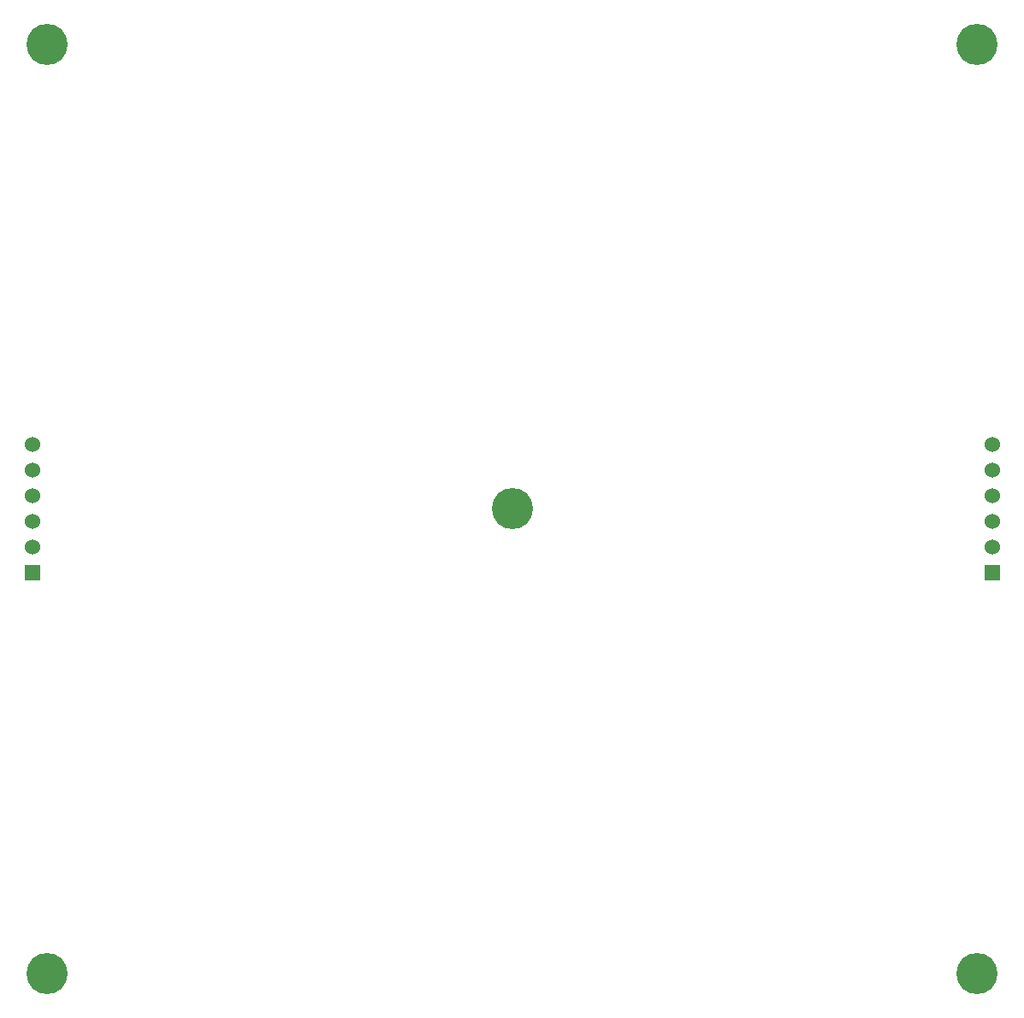
<source format=gbs>
G04 (created by PCBNEW (2013-07-07 BZR 4022)-stable) date 2/6/2015 12:36:25 AM*
%MOIN*%
G04 Gerber Fmt 3.4, Leading zero omitted, Abs format*
%FSLAX34Y34*%
G01*
G70*
G90*
G04 APERTURE LIST*
%ADD10C,0.00590551*%
%ADD11R,0.06X0.06*%
%ADD12C,0.06*%
%ADD13C,0.16*%
G04 APERTURE END LIST*
G54D10*
G54D11*
X16732Y-33996D03*
G54D12*
X16732Y-32996D03*
X16732Y-31996D03*
X16732Y-30996D03*
X16732Y-29996D03*
X16732Y-28996D03*
G54D11*
X54133Y-33996D03*
G54D12*
X54133Y-32996D03*
X54133Y-31996D03*
X54133Y-30996D03*
X54133Y-29996D03*
X54133Y-28996D03*
G54D13*
X17322Y-13385D03*
X53543Y-13385D03*
X53543Y-49606D03*
X17322Y-49606D03*
X35433Y-31496D03*
M02*

</source>
